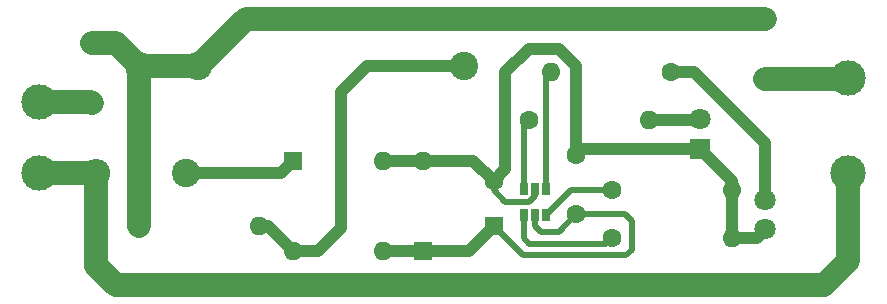
<source format=gbr>
%TF.GenerationSoftware,KiCad,Pcbnew,5.1.10*%
%TF.CreationDate,2021-07-15T07:28:38-04:00*%
%TF.ProjectId,timed_off,74696d65-645f-46f6-9666-2e6b69636164,rev?*%
%TF.SameCoordinates,PX4d3f640PY43b5fc0*%
%TF.FileFunction,Copper,L2,Bot*%
%TF.FilePolarity,Positive*%
%FSLAX46Y46*%
G04 Gerber Fmt 4.6, Leading zero omitted, Abs format (unit mm)*
G04 Created by KiCad (PCBNEW 5.1.10) date 2021-07-15 07:28:38*
%MOMM*%
%LPD*%
G01*
G04 APERTURE LIST*
%TA.AperFunction,ComponentPad*%
%ADD10C,2.400000*%
%TD*%
%TA.AperFunction,ComponentPad*%
%ADD11O,1.600000X1.600000*%
%TD*%
%TA.AperFunction,ComponentPad*%
%ADD12R,1.600000X1.600000*%
%TD*%
%TA.AperFunction,ComponentPad*%
%ADD13C,1.800000*%
%TD*%
%TA.AperFunction,ComponentPad*%
%ADD14C,1.900000*%
%TD*%
%TA.AperFunction,SMDPad,CuDef*%
%ADD15R,0.650000X1.060000*%
%TD*%
%TA.AperFunction,ComponentPad*%
%ADD16C,1.600000*%
%TD*%
%TA.AperFunction,ComponentPad*%
%ADD17O,2.400000X2.400000*%
%TD*%
%TA.AperFunction,ComponentPad*%
%ADD18C,3.000000*%
%TD*%
%TA.AperFunction,ComponentPad*%
%ADD19R,1.800000X1.800000*%
%TD*%
%TA.AperFunction,Conductor*%
%ADD20C,2.000000*%
%TD*%
%TA.AperFunction,Conductor*%
%ADD21C,1.000000*%
%TD*%
%TA.AperFunction,Conductor*%
%ADD22C,0.500000*%
%TD*%
G04 APERTURE END LIST*
D10*
%TO.P,REF\u002A\u002A,2*%
%TO.N,/L*%
X17000000Y-7500000D03*
%TO.P,REF\u002A\u002A,1*%
%TO.N,Net-(C1-Pad1)*%
X39500000Y-7500000D03*
%TD*%
D11*
%TO.P,D1,4*%
%TO.N,GND*%
X32620000Y-15500000D03*
%TO.P,D1,2*%
%TO.N,Net-(C1-Pad1)*%
X25000000Y-23120000D03*
%TO.P,D1,3*%
%TO.N,Net-(C2-Pad1)*%
X32620000Y-23120000D03*
D12*
%TO.P,D1,1*%
%TO.N,Net-(D1-Pad1)*%
X25000000Y-15500000D03*
%TD*%
D13*
%TO.P,U2,4*%
%TO.N,GND*%
X65000000Y-21300000D03*
%TO.P,U2,3*%
%TO.N,Net-(R6-Pad1)*%
X65000000Y-18800000D03*
D14*
%TO.P,U2,2*%
%TO.N,Net-(J3-Pad1)*%
X65000000Y-8600000D03*
D13*
%TO.P,U2,1*%
%TO.N,/L*%
X65000000Y-3500000D03*
%TD*%
D15*
%TO.P,U1,5*%
%TO.N,Net-(C2-Pad1)*%
X45500000Y-20100000D03*
%TO.P,U1,6*%
%TO.N,Net-(R3-Pad1)*%
X44550000Y-20100000D03*
%TO.P,U1,4*%
%TO.N,Net-(R5-Pad1)*%
X46450000Y-20100000D03*
%TO.P,U1,3*%
%TO.N,Net-(R6-Pad2)*%
X46450000Y-17900000D03*
%TO.P,U1,2*%
%TO.N,GND*%
X45500000Y-17900000D03*
%TO.P,U1,1*%
%TO.N,Net-(R4-Pad1)*%
X44550000Y-17900000D03*
%TD*%
D11*
%TO.P,R6,2*%
%TO.N,Net-(R6-Pad2)*%
X46840000Y-8000000D03*
D16*
%TO.P,R6,1*%
%TO.N,Net-(R6-Pad1)*%
X57000000Y-8000000D03*
%TD*%
D11*
%TO.P,R5,2*%
%TO.N,GND*%
X62160000Y-18000000D03*
D16*
%TO.P,R5,1*%
%TO.N,Net-(R5-Pad1)*%
X52000000Y-18000000D03*
%TD*%
D11*
%TO.P,R4,2*%
%TO.N,Net-(D3-Pad2)*%
X55160000Y-12000000D03*
D16*
%TO.P,R4,1*%
%TO.N,Net-(R4-Pad1)*%
X45000000Y-12000000D03*
%TD*%
D11*
%TO.P,R3,2*%
%TO.N,GND*%
X62160000Y-22000000D03*
D16*
%TO.P,R3,1*%
%TO.N,Net-(R3-Pad1)*%
X52000000Y-22000000D03*
%TD*%
D17*
%TO.P,R2,2*%
%TO.N,/N*%
X8380000Y-16500000D03*
D10*
%TO.P,R2,1*%
%TO.N,Net-(D1-Pad1)*%
X16000000Y-16500000D03*
%TD*%
D11*
%TO.P,R1,2*%
%TO.N,Net-(C1-Pad1)*%
X22160000Y-21000000D03*
D16*
%TO.P,R1,1*%
%TO.N,/L*%
X12000000Y-21000000D03*
%TD*%
D18*
%TO.P,J4,1*%
%TO.N,/N*%
X72000000Y-16500000D03*
%TD*%
%TO.P,J3,1*%
%TO.N,Net-(J3-Pad1)*%
X72000000Y-8500000D03*
%TD*%
%TO.P,J2,1*%
%TO.N,/N*%
X3500000Y-16500000D03*
%TD*%
%TO.P,J1,1*%
%TO.N,Net-(F1-Pad2)*%
X3500000Y-10500000D03*
%TD*%
D11*
%TO.P,F1,2*%
%TO.N,Net-(F1-Pad2)*%
X8000000Y-10580000D03*
D16*
%TO.P,F1,1*%
%TO.N,/L*%
X8000000Y-5500000D03*
%TD*%
D13*
%TO.P,D3,2*%
%TO.N,Net-(D3-Pad2)*%
X59500000Y-11960000D03*
D19*
%TO.P,D3,1*%
%TO.N,GND*%
X59500000Y-14500000D03*
%TD*%
D11*
%TO.P,D2,2*%
%TO.N,GND*%
X36000000Y-15480000D03*
D12*
%TO.P,D2,1*%
%TO.N,Net-(C2-Pad1)*%
X36000000Y-23100000D03*
%TD*%
D16*
%TO.P,C3,2*%
%TO.N,Net-(C2-Pad1)*%
X49000000Y-20000000D03*
%TO.P,C3,1*%
%TO.N,GND*%
X49000000Y-15000000D03*
%TD*%
%TO.P,C2,2*%
%TO.N,GND*%
X42000000Y-17200000D03*
D12*
%TO.P,C2,1*%
%TO.N,Net-(C2-Pad1)*%
X42000000Y-21000000D03*
%TD*%
D10*
%TO.P,C1,2*%
%TO.N,/L*%
X12000000Y-7500000D03*
%TO.P,C1,1*%
%TO.N,Net-(C1-Pad1)*%
X39500000Y-7500000D03*
%TD*%
D20*
%TO.N,/L*%
X12000000Y-21000000D02*
X12000000Y-7500000D01*
X10000000Y-5500000D02*
X12000000Y-7500000D01*
X8000000Y-5500000D02*
X10000000Y-5500000D01*
X12000000Y-7500000D02*
X17000000Y-7500000D01*
X21000000Y-3500000D02*
X17000000Y-7500000D01*
X65000000Y-3500000D02*
X21000000Y-3500000D01*
D21*
%TO.N,Net-(C1-Pad1)*%
X22880000Y-21000000D02*
X25000000Y-23120000D01*
X22160000Y-21000000D02*
X22880000Y-21000000D01*
X27130000Y-23120000D02*
X25000000Y-23120000D01*
X29100000Y-21150000D02*
X27130000Y-23120000D01*
X29100000Y-9650000D02*
X29100000Y-21150000D01*
X31250000Y-7500000D02*
X29100000Y-9650000D01*
X39500000Y-7500000D02*
X31250000Y-7500000D01*
D22*
%TO.N,GND*%
X45500000Y-17900000D02*
X45500000Y-18500000D01*
X45500000Y-18500000D02*
X45000000Y-19000000D01*
X45000000Y-19000000D02*
X43000000Y-19000000D01*
X42000000Y-18000000D02*
X42000000Y-17200000D01*
X43000000Y-19000000D02*
X42000000Y-18000000D01*
D21*
X62160000Y-17160000D02*
X59500000Y-14500000D01*
X62160000Y-18000000D02*
X62160000Y-17160000D01*
X49500000Y-14500000D02*
X49000000Y-15000000D01*
X59500000Y-14500000D02*
X49500000Y-14500000D01*
X49000000Y-15000000D02*
X49000000Y-7500000D01*
X49000000Y-7500000D02*
X47500000Y-6000000D01*
X47500000Y-6000000D02*
X45000000Y-6000000D01*
X45000000Y-6000000D02*
X43000000Y-8000000D01*
X43000000Y-16200000D02*
X42000000Y-17200000D01*
X43000000Y-8000000D02*
X43000000Y-16200000D01*
X64300000Y-22000000D02*
X65000000Y-21300000D01*
X62160000Y-22000000D02*
X64300000Y-22000000D01*
X35980000Y-15500000D02*
X36000000Y-15480000D01*
X32620000Y-15500000D02*
X35980000Y-15500000D01*
X40280000Y-15480000D02*
X42000000Y-17200000D01*
X36000000Y-15480000D02*
X40280000Y-15480000D01*
X62160000Y-18000000D02*
X62160000Y-22000000D01*
D22*
%TO.N,Net-(C2-Pad1)*%
X45500000Y-20100000D02*
X45500000Y-21000000D01*
X45500000Y-21000000D02*
X46000000Y-21500000D01*
X47500000Y-21500000D02*
X49000000Y-20000000D01*
X46000000Y-21500000D02*
X47500000Y-21500000D01*
D21*
X35980000Y-23120000D02*
X36000000Y-23100000D01*
X32620000Y-23120000D02*
X35980000Y-23120000D01*
X39900000Y-23100000D02*
X42000000Y-21000000D01*
X36000000Y-23100000D02*
X39900000Y-23100000D01*
D22*
X49000000Y-20000000D02*
X53100000Y-20000000D01*
X53100000Y-20000000D02*
X53700000Y-20600000D01*
X53700000Y-20600000D02*
X53700000Y-23000000D01*
X53700000Y-23000000D02*
X53200000Y-23500000D01*
X44500000Y-23500000D02*
X42000000Y-21000000D01*
X53200000Y-23500000D02*
X44500000Y-23500000D01*
D21*
%TO.N,Net-(D1-Pad1)*%
X24000000Y-16500000D02*
X25000000Y-15500000D01*
X16000000Y-16500000D02*
X24000000Y-16500000D01*
%TO.N,Net-(D3-Pad2)*%
X59460000Y-12000000D02*
X59500000Y-11960000D01*
X55160000Y-12000000D02*
X59460000Y-12000000D01*
D20*
%TO.N,Net-(F1-Pad2)*%
X7920000Y-10500000D02*
X8000000Y-10580000D01*
X3500000Y-10500000D02*
X7920000Y-10500000D01*
%TO.N,/N*%
X3500000Y-16500000D02*
X8380000Y-16500000D01*
X8380000Y-16500000D02*
X8380000Y-24380000D01*
X8380000Y-24380000D02*
X10000000Y-26000000D01*
X10000000Y-26000000D02*
X70000000Y-26000000D01*
X72000000Y-24000000D02*
X72000000Y-16500000D01*
X70000000Y-26000000D02*
X72000000Y-24000000D01*
%TO.N,Net-(J3-Pad1)*%
X71900000Y-8600000D02*
X72000000Y-8500000D01*
X65000000Y-8600000D02*
X71900000Y-8600000D01*
D22*
%TO.N,Net-(R3-Pad1)*%
X44550000Y-20100000D02*
X44550000Y-22050000D01*
X44550000Y-22050000D02*
X45000000Y-22500000D01*
X51500000Y-22500000D02*
X52000000Y-22000000D01*
X45000000Y-22500000D02*
X51500000Y-22500000D01*
%TO.N,Net-(R4-Pad1)*%
X44550000Y-12450000D02*
X45000000Y-12000000D01*
X44550000Y-17900000D02*
X44550000Y-12450000D01*
%TO.N,Net-(R5-Pad1)*%
X48550000Y-18000000D02*
X52000000Y-18000000D01*
X46450000Y-20100000D02*
X48550000Y-18000000D01*
%TO.N,Net-(R6-Pad2)*%
X46450000Y-8390000D02*
X46840000Y-8000000D01*
X46450000Y-17900000D02*
X46450000Y-8390000D01*
D21*
%TO.N,Net-(R6-Pad1)*%
X65000000Y-18800000D02*
X65000000Y-14000000D01*
X59000000Y-8000000D02*
X57000000Y-8000000D01*
X65000000Y-14000000D02*
X59000000Y-8000000D01*
%TD*%
M02*

</source>
